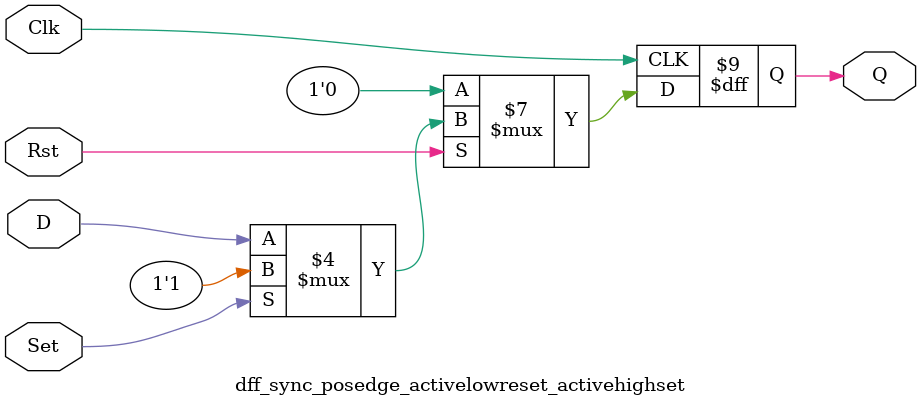
<source format=v>
module dff_sync_posedge_activelowreset_activehighset(Q,D,Clk,Rst,Set);

input D, Clk, Rst, Set;
output reg Q;

always@(posedge Clk) //Synchronous because only updates with clock edge.
        if(!Rst)//typically used
                Q <= 1'b0;
        else if(Set)
                Q <= 1'b1;
        else
                Q <= D;

endmodule
</source>
